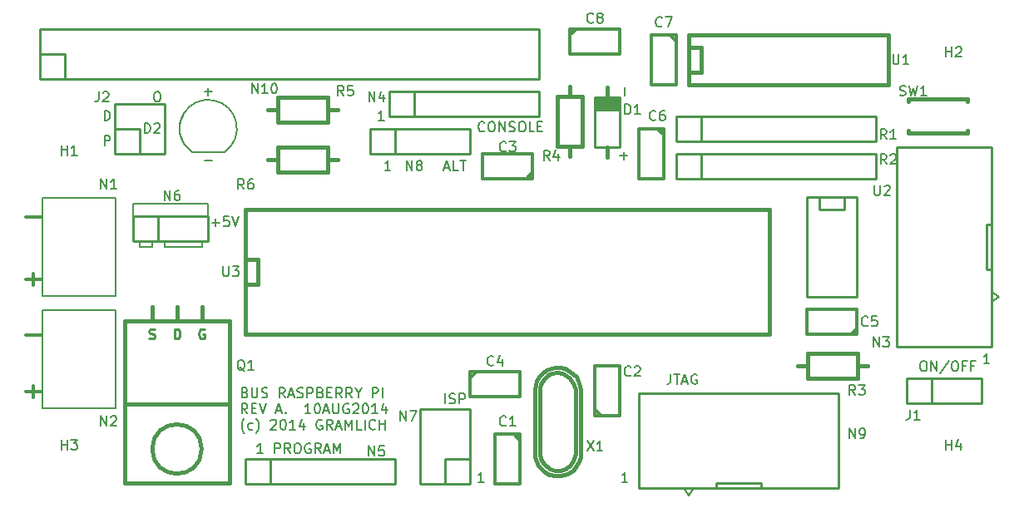
<source format=gto>
%FSLAX34Y34*%
G04 Gerber Fmt 3.4, Leading zero omitted, Abs format*
G04 (created by PCBNEW (2014-jan-25)-product) date Sun 10 Aug 2014 05:09:58 PM PDT*
%MOIN*%
G01*
G70*
G90*
G04 APERTURE LIST*
%ADD10C,0.003937*%
%ADD11C,0.008000*%
%ADD12C,0.011811*%
%ADD13C,0.012000*%
%ADD14C,0.015000*%
%ADD15C,0.010000*%
%ADD16C,0.005906*%
%ADD17C,0.009850*%
%ADD18C,0.009900*%
G04 APERTURE END LIST*
G54D10*
G54D11*
X47145Y-48028D02*
X47450Y-48028D01*
X47297Y-48180D02*
X47297Y-47876D01*
X47830Y-47780D02*
X47640Y-47780D01*
X47621Y-47971D01*
X47640Y-47952D01*
X47678Y-47933D01*
X47773Y-47933D01*
X47811Y-47952D01*
X47830Y-47971D01*
X47850Y-48009D01*
X47850Y-48104D01*
X47830Y-48142D01*
X47811Y-48161D01*
X47773Y-48180D01*
X47678Y-48180D01*
X47640Y-48161D01*
X47621Y-48142D01*
X47964Y-47780D02*
X48097Y-48180D01*
X48230Y-47780D01*
X56476Y-45816D02*
X56666Y-45816D01*
X56438Y-45930D02*
X56571Y-45530D01*
X56704Y-45930D01*
X57028Y-45930D02*
X56838Y-45930D01*
X56838Y-45530D01*
X57104Y-45530D02*
X57333Y-45530D01*
X57219Y-45930D02*
X57219Y-45530D01*
X58073Y-44342D02*
X58054Y-44361D01*
X57997Y-44380D01*
X57959Y-44380D01*
X57902Y-44361D01*
X57864Y-44323D01*
X57845Y-44285D01*
X57826Y-44209D01*
X57826Y-44152D01*
X57845Y-44076D01*
X57864Y-44038D01*
X57902Y-44000D01*
X57959Y-43980D01*
X57997Y-43980D01*
X58054Y-44000D01*
X58073Y-44019D01*
X58321Y-43980D02*
X58397Y-43980D01*
X58435Y-44000D01*
X58473Y-44038D01*
X58492Y-44114D01*
X58492Y-44247D01*
X58473Y-44323D01*
X58435Y-44361D01*
X58397Y-44380D01*
X58321Y-44380D01*
X58283Y-44361D01*
X58245Y-44323D01*
X58226Y-44247D01*
X58226Y-44114D01*
X58245Y-44038D01*
X58283Y-44000D01*
X58321Y-43980D01*
X58664Y-44380D02*
X58664Y-43980D01*
X58892Y-44380D01*
X58892Y-43980D01*
X59064Y-44361D02*
X59121Y-44380D01*
X59216Y-44380D01*
X59254Y-44361D01*
X59273Y-44342D01*
X59292Y-44304D01*
X59292Y-44266D01*
X59273Y-44228D01*
X59254Y-44209D01*
X59216Y-44190D01*
X59140Y-44171D01*
X59102Y-44152D01*
X59083Y-44133D01*
X59064Y-44095D01*
X59064Y-44057D01*
X59083Y-44019D01*
X59102Y-44000D01*
X59140Y-43980D01*
X59235Y-43980D01*
X59292Y-44000D01*
X59540Y-43980D02*
X59616Y-43980D01*
X59654Y-44000D01*
X59692Y-44038D01*
X59711Y-44114D01*
X59711Y-44247D01*
X59692Y-44323D01*
X59654Y-44361D01*
X59616Y-44380D01*
X59540Y-44380D01*
X59502Y-44361D01*
X59464Y-44323D01*
X59445Y-44247D01*
X59445Y-44114D01*
X59464Y-44038D01*
X59502Y-44000D01*
X59540Y-43980D01*
X60073Y-44380D02*
X59883Y-44380D01*
X59883Y-43980D01*
X60207Y-44171D02*
X60340Y-44171D01*
X60397Y-44380D02*
X60207Y-44380D01*
X60207Y-43980D01*
X60397Y-43980D01*
X56495Y-55280D02*
X56495Y-54880D01*
X56666Y-55261D02*
X56723Y-55280D01*
X56819Y-55280D01*
X56857Y-55261D01*
X56876Y-55242D01*
X56895Y-55204D01*
X56895Y-55166D01*
X56876Y-55128D01*
X56857Y-55109D01*
X56819Y-55090D01*
X56742Y-55071D01*
X56704Y-55052D01*
X56685Y-55033D01*
X56666Y-54995D01*
X56666Y-54957D01*
X56685Y-54919D01*
X56704Y-54900D01*
X56742Y-54880D01*
X56838Y-54880D01*
X56895Y-54900D01*
X57066Y-55280D02*
X57066Y-54880D01*
X57219Y-54880D01*
X57257Y-54900D01*
X57276Y-54919D01*
X57295Y-54957D01*
X57295Y-55014D01*
X57276Y-55052D01*
X57257Y-55071D01*
X57219Y-55090D01*
X57066Y-55090D01*
X75632Y-53572D02*
X75708Y-53572D01*
X75746Y-53591D01*
X75784Y-53629D01*
X75803Y-53705D01*
X75803Y-53838D01*
X75784Y-53915D01*
X75746Y-53953D01*
X75708Y-53972D01*
X75632Y-53972D01*
X75593Y-53953D01*
X75555Y-53915D01*
X75536Y-53838D01*
X75536Y-53705D01*
X75555Y-53629D01*
X75593Y-53591D01*
X75632Y-53572D01*
X75974Y-53972D02*
X75974Y-53572D01*
X76203Y-53972D01*
X76203Y-53572D01*
X76679Y-53553D02*
X76336Y-54067D01*
X76889Y-53572D02*
X76965Y-53572D01*
X77003Y-53591D01*
X77041Y-53629D01*
X77060Y-53705D01*
X77060Y-53838D01*
X77041Y-53915D01*
X77003Y-53953D01*
X76965Y-53972D01*
X76889Y-53972D01*
X76851Y-53953D01*
X76813Y-53915D01*
X76793Y-53838D01*
X76793Y-53705D01*
X76813Y-53629D01*
X76851Y-53591D01*
X76889Y-53572D01*
X77365Y-53762D02*
X77232Y-53762D01*
X77232Y-53972D02*
X77232Y-53572D01*
X77422Y-53572D01*
X77708Y-53762D02*
X77574Y-53762D01*
X77574Y-53972D02*
X77574Y-53572D01*
X77765Y-53572D01*
X65528Y-54099D02*
X65528Y-54385D01*
X65509Y-54442D01*
X65471Y-54480D01*
X65414Y-54499D01*
X65376Y-54499D01*
X65661Y-54099D02*
X65890Y-54099D01*
X65776Y-54499D02*
X65776Y-54099D01*
X66004Y-54385D02*
X66195Y-54385D01*
X65966Y-54499D02*
X66099Y-54099D01*
X66233Y-54499D01*
X66576Y-54118D02*
X66537Y-54099D01*
X66480Y-54099D01*
X66423Y-54118D01*
X66385Y-54156D01*
X66366Y-54195D01*
X66347Y-54271D01*
X66347Y-54328D01*
X66366Y-54404D01*
X66385Y-54442D01*
X66423Y-54480D01*
X66480Y-54499D01*
X66518Y-54499D01*
X66576Y-54480D01*
X66595Y-54461D01*
X66595Y-54328D01*
X66518Y-54328D01*
X44921Y-42780D02*
X44997Y-42780D01*
X45035Y-42800D01*
X45073Y-42838D01*
X45092Y-42914D01*
X45092Y-43047D01*
X45073Y-43123D01*
X45035Y-43161D01*
X44997Y-43180D01*
X44921Y-43180D01*
X44883Y-43161D01*
X44845Y-43123D01*
X44826Y-43047D01*
X44826Y-42914D01*
X44845Y-42838D01*
X44883Y-42800D01*
X44921Y-42780D01*
X42845Y-43930D02*
X42845Y-43530D01*
X42940Y-43530D01*
X42997Y-43550D01*
X43035Y-43588D01*
X43054Y-43626D01*
X43073Y-43702D01*
X43073Y-43759D01*
X43054Y-43835D01*
X43035Y-43873D01*
X42997Y-43911D01*
X42940Y-43930D01*
X42845Y-43930D01*
X42845Y-44930D02*
X42845Y-44530D01*
X42997Y-44530D01*
X43035Y-44550D01*
X43054Y-44569D01*
X43073Y-44607D01*
X43073Y-44664D01*
X43054Y-44702D01*
X43035Y-44721D01*
X42997Y-44740D01*
X42845Y-44740D01*
X54054Y-43930D02*
X53826Y-43930D01*
X53940Y-43930D02*
X53940Y-43530D01*
X53902Y-43588D01*
X53864Y-43626D01*
X53826Y-43645D01*
X54304Y-45930D02*
X54076Y-45930D01*
X54190Y-45930D02*
X54190Y-45530D01*
X54152Y-45588D01*
X54114Y-45626D01*
X54076Y-45645D01*
X78304Y-53680D02*
X78076Y-53680D01*
X78190Y-53680D02*
X78190Y-53280D01*
X78152Y-53338D01*
X78114Y-53376D01*
X78076Y-53395D01*
X63804Y-58430D02*
X63576Y-58430D01*
X63690Y-58430D02*
X63690Y-58030D01*
X63652Y-58088D01*
X63614Y-58126D01*
X63576Y-58145D01*
X58054Y-58430D02*
X57826Y-58430D01*
X57940Y-58430D02*
X57940Y-58030D01*
X57902Y-58088D01*
X57864Y-58126D01*
X57826Y-58145D01*
X49190Y-57271D02*
X48962Y-57271D01*
X49076Y-57271D02*
X49076Y-56871D01*
X49038Y-56928D01*
X49000Y-56966D01*
X48962Y-56985D01*
X49666Y-57271D02*
X49666Y-56871D01*
X49819Y-56871D01*
X49857Y-56890D01*
X49876Y-56909D01*
X49895Y-56947D01*
X49895Y-57004D01*
X49876Y-57042D01*
X49857Y-57061D01*
X49819Y-57081D01*
X49666Y-57081D01*
X50295Y-57271D02*
X50162Y-57081D01*
X50066Y-57271D02*
X50066Y-56871D01*
X50219Y-56871D01*
X50257Y-56890D01*
X50276Y-56909D01*
X50295Y-56947D01*
X50295Y-57004D01*
X50276Y-57042D01*
X50257Y-57061D01*
X50219Y-57081D01*
X50066Y-57081D01*
X50542Y-56871D02*
X50619Y-56871D01*
X50657Y-56890D01*
X50695Y-56928D01*
X50714Y-57004D01*
X50714Y-57138D01*
X50695Y-57214D01*
X50657Y-57252D01*
X50619Y-57271D01*
X50542Y-57271D01*
X50504Y-57252D01*
X50466Y-57214D01*
X50447Y-57138D01*
X50447Y-57004D01*
X50466Y-56928D01*
X50504Y-56890D01*
X50542Y-56871D01*
X51095Y-56890D02*
X51057Y-56871D01*
X51000Y-56871D01*
X50942Y-56890D01*
X50904Y-56928D01*
X50885Y-56966D01*
X50866Y-57042D01*
X50866Y-57100D01*
X50885Y-57176D01*
X50904Y-57214D01*
X50942Y-57252D01*
X51000Y-57271D01*
X51038Y-57271D01*
X51095Y-57252D01*
X51114Y-57233D01*
X51114Y-57100D01*
X51038Y-57100D01*
X51514Y-57271D02*
X51381Y-57081D01*
X51285Y-57271D02*
X51285Y-56871D01*
X51438Y-56871D01*
X51476Y-56890D01*
X51495Y-56909D01*
X51514Y-56947D01*
X51514Y-57004D01*
X51495Y-57042D01*
X51476Y-57061D01*
X51438Y-57081D01*
X51285Y-57081D01*
X51666Y-57157D02*
X51857Y-57157D01*
X51628Y-57271D02*
X51762Y-56871D01*
X51895Y-57271D01*
X52028Y-57271D02*
X52028Y-56871D01*
X52162Y-57157D01*
X52295Y-56871D01*
X52295Y-57271D01*
X48478Y-54831D02*
X48535Y-54850D01*
X48554Y-54869D01*
X48573Y-54907D01*
X48573Y-54964D01*
X48554Y-55002D01*
X48535Y-55021D01*
X48497Y-55040D01*
X48345Y-55040D01*
X48345Y-54640D01*
X48478Y-54640D01*
X48516Y-54660D01*
X48535Y-54679D01*
X48554Y-54717D01*
X48554Y-54755D01*
X48535Y-54793D01*
X48516Y-54812D01*
X48478Y-54831D01*
X48345Y-54831D01*
X48745Y-54640D02*
X48745Y-54964D01*
X48764Y-55002D01*
X48783Y-55021D01*
X48821Y-55040D01*
X48897Y-55040D01*
X48935Y-55021D01*
X48954Y-55002D01*
X48973Y-54964D01*
X48973Y-54640D01*
X49145Y-55021D02*
X49202Y-55040D01*
X49297Y-55040D01*
X49335Y-55021D01*
X49354Y-55002D01*
X49373Y-54964D01*
X49373Y-54926D01*
X49354Y-54888D01*
X49335Y-54869D01*
X49297Y-54850D01*
X49221Y-54831D01*
X49183Y-54812D01*
X49164Y-54793D01*
X49145Y-54755D01*
X49145Y-54717D01*
X49164Y-54679D01*
X49183Y-54660D01*
X49221Y-54640D01*
X49316Y-54640D01*
X49373Y-54660D01*
X50078Y-55040D02*
X49945Y-54850D01*
X49850Y-55040D02*
X49850Y-54640D01*
X50002Y-54640D01*
X50040Y-54660D01*
X50059Y-54679D01*
X50078Y-54717D01*
X50078Y-54774D01*
X50059Y-54812D01*
X50040Y-54831D01*
X50002Y-54850D01*
X49850Y-54850D01*
X50230Y-54926D02*
X50421Y-54926D01*
X50192Y-55040D02*
X50326Y-54640D01*
X50459Y-55040D01*
X50573Y-55021D02*
X50630Y-55040D01*
X50726Y-55040D01*
X50764Y-55021D01*
X50783Y-55002D01*
X50802Y-54964D01*
X50802Y-54926D01*
X50783Y-54888D01*
X50764Y-54869D01*
X50726Y-54850D01*
X50650Y-54831D01*
X50611Y-54812D01*
X50592Y-54793D01*
X50573Y-54755D01*
X50573Y-54717D01*
X50592Y-54679D01*
X50611Y-54660D01*
X50650Y-54640D01*
X50745Y-54640D01*
X50802Y-54660D01*
X50973Y-55040D02*
X50973Y-54640D01*
X51126Y-54640D01*
X51164Y-54660D01*
X51183Y-54679D01*
X51202Y-54717D01*
X51202Y-54774D01*
X51183Y-54812D01*
X51164Y-54831D01*
X51126Y-54850D01*
X50973Y-54850D01*
X51507Y-54831D02*
X51564Y-54850D01*
X51583Y-54869D01*
X51602Y-54907D01*
X51602Y-54964D01*
X51583Y-55002D01*
X51564Y-55021D01*
X51526Y-55040D01*
X51373Y-55040D01*
X51373Y-54640D01*
X51507Y-54640D01*
X51545Y-54660D01*
X51564Y-54679D01*
X51583Y-54717D01*
X51583Y-54755D01*
X51564Y-54793D01*
X51545Y-54812D01*
X51507Y-54831D01*
X51373Y-54831D01*
X51773Y-54831D02*
X51907Y-54831D01*
X51964Y-55040D02*
X51773Y-55040D01*
X51773Y-54640D01*
X51964Y-54640D01*
X52364Y-55040D02*
X52230Y-54850D01*
X52135Y-55040D02*
X52135Y-54640D01*
X52288Y-54640D01*
X52326Y-54660D01*
X52345Y-54679D01*
X52364Y-54717D01*
X52364Y-54774D01*
X52345Y-54812D01*
X52326Y-54831D01*
X52288Y-54850D01*
X52135Y-54850D01*
X52764Y-55040D02*
X52630Y-54850D01*
X52535Y-55040D02*
X52535Y-54640D01*
X52688Y-54640D01*
X52726Y-54660D01*
X52745Y-54679D01*
X52764Y-54717D01*
X52764Y-54774D01*
X52745Y-54812D01*
X52726Y-54831D01*
X52688Y-54850D01*
X52535Y-54850D01*
X53011Y-54850D02*
X53011Y-55040D01*
X52878Y-54640D02*
X53011Y-54850D01*
X53145Y-54640D01*
X53583Y-55040D02*
X53583Y-54640D01*
X53735Y-54640D01*
X53773Y-54660D01*
X53792Y-54679D01*
X53811Y-54717D01*
X53811Y-54774D01*
X53792Y-54812D01*
X53773Y-54831D01*
X53735Y-54850D01*
X53583Y-54850D01*
X53983Y-55040D02*
X53983Y-54640D01*
X48573Y-55680D02*
X48440Y-55490D01*
X48345Y-55680D02*
X48345Y-55280D01*
X48497Y-55280D01*
X48535Y-55300D01*
X48554Y-55319D01*
X48573Y-55357D01*
X48573Y-55414D01*
X48554Y-55452D01*
X48535Y-55471D01*
X48497Y-55490D01*
X48345Y-55490D01*
X48745Y-55471D02*
X48878Y-55471D01*
X48935Y-55680D02*
X48745Y-55680D01*
X48745Y-55280D01*
X48935Y-55280D01*
X49050Y-55280D02*
X49183Y-55680D01*
X49316Y-55280D01*
X49735Y-55566D02*
X49926Y-55566D01*
X49697Y-55680D02*
X49830Y-55280D01*
X49964Y-55680D01*
X50097Y-55642D02*
X50116Y-55661D01*
X50097Y-55680D01*
X50078Y-55661D01*
X50097Y-55642D01*
X50097Y-55680D01*
X51107Y-55680D02*
X50878Y-55680D01*
X50992Y-55680D02*
X50992Y-55280D01*
X50954Y-55338D01*
X50916Y-55376D01*
X50878Y-55395D01*
X51354Y-55280D02*
X51392Y-55280D01*
X51430Y-55300D01*
X51449Y-55319D01*
X51469Y-55357D01*
X51488Y-55433D01*
X51488Y-55528D01*
X51469Y-55604D01*
X51449Y-55642D01*
X51430Y-55661D01*
X51392Y-55680D01*
X51354Y-55680D01*
X51316Y-55661D01*
X51297Y-55642D01*
X51278Y-55604D01*
X51259Y-55528D01*
X51259Y-55433D01*
X51278Y-55357D01*
X51297Y-55319D01*
X51316Y-55300D01*
X51354Y-55280D01*
X51640Y-55566D02*
X51830Y-55566D01*
X51602Y-55680D02*
X51735Y-55280D01*
X51869Y-55680D01*
X52002Y-55280D02*
X52002Y-55604D01*
X52021Y-55642D01*
X52040Y-55661D01*
X52078Y-55680D01*
X52154Y-55680D01*
X52192Y-55661D01*
X52211Y-55642D01*
X52230Y-55604D01*
X52230Y-55280D01*
X52630Y-55300D02*
X52592Y-55280D01*
X52535Y-55280D01*
X52478Y-55300D01*
X52440Y-55338D01*
X52421Y-55376D01*
X52402Y-55452D01*
X52402Y-55509D01*
X52421Y-55585D01*
X52440Y-55623D01*
X52478Y-55661D01*
X52535Y-55680D01*
X52573Y-55680D01*
X52630Y-55661D01*
X52649Y-55642D01*
X52649Y-55509D01*
X52573Y-55509D01*
X52802Y-55319D02*
X52821Y-55300D01*
X52859Y-55280D01*
X52954Y-55280D01*
X52992Y-55300D01*
X53011Y-55319D01*
X53030Y-55357D01*
X53030Y-55395D01*
X53011Y-55452D01*
X52783Y-55680D01*
X53030Y-55680D01*
X53278Y-55280D02*
X53316Y-55280D01*
X53354Y-55300D01*
X53373Y-55319D01*
X53392Y-55357D01*
X53411Y-55433D01*
X53411Y-55528D01*
X53392Y-55604D01*
X53373Y-55642D01*
X53354Y-55661D01*
X53316Y-55680D01*
X53278Y-55680D01*
X53240Y-55661D01*
X53221Y-55642D01*
X53202Y-55604D01*
X53183Y-55528D01*
X53183Y-55433D01*
X53202Y-55357D01*
X53221Y-55319D01*
X53240Y-55300D01*
X53278Y-55280D01*
X53792Y-55680D02*
X53564Y-55680D01*
X53678Y-55680D02*
X53678Y-55280D01*
X53640Y-55338D01*
X53602Y-55376D01*
X53564Y-55395D01*
X54135Y-55414D02*
X54135Y-55680D01*
X54040Y-55261D02*
X53945Y-55547D01*
X54192Y-55547D01*
X48459Y-56473D02*
X48440Y-56454D01*
X48402Y-56397D01*
X48383Y-56359D01*
X48364Y-56301D01*
X48345Y-56206D01*
X48345Y-56130D01*
X48364Y-56035D01*
X48383Y-55978D01*
X48402Y-55940D01*
X48440Y-55882D01*
X48459Y-55863D01*
X48783Y-56301D02*
X48745Y-56320D01*
X48669Y-56320D01*
X48630Y-56301D01*
X48611Y-56282D01*
X48592Y-56244D01*
X48592Y-56130D01*
X48611Y-56092D01*
X48630Y-56073D01*
X48669Y-56054D01*
X48745Y-56054D01*
X48783Y-56073D01*
X48916Y-56473D02*
X48935Y-56454D01*
X48973Y-56397D01*
X48992Y-56359D01*
X49011Y-56301D01*
X49030Y-56206D01*
X49030Y-56130D01*
X49011Y-56035D01*
X48992Y-55978D01*
X48973Y-55940D01*
X48935Y-55882D01*
X48916Y-55863D01*
X49507Y-55959D02*
X49526Y-55940D01*
X49564Y-55920D01*
X49659Y-55920D01*
X49697Y-55940D01*
X49716Y-55959D01*
X49735Y-55997D01*
X49735Y-56035D01*
X49716Y-56092D01*
X49488Y-56320D01*
X49735Y-56320D01*
X49983Y-55920D02*
X50021Y-55920D01*
X50059Y-55940D01*
X50078Y-55959D01*
X50097Y-55997D01*
X50116Y-56073D01*
X50116Y-56168D01*
X50097Y-56244D01*
X50078Y-56282D01*
X50059Y-56301D01*
X50021Y-56320D01*
X49983Y-56320D01*
X49945Y-56301D01*
X49926Y-56282D01*
X49907Y-56244D01*
X49888Y-56168D01*
X49888Y-56073D01*
X49907Y-55997D01*
X49926Y-55959D01*
X49945Y-55940D01*
X49983Y-55920D01*
X50497Y-56320D02*
X50269Y-56320D01*
X50383Y-56320D02*
X50383Y-55920D01*
X50345Y-55978D01*
X50307Y-56016D01*
X50269Y-56035D01*
X50840Y-56054D02*
X50840Y-56320D01*
X50745Y-55901D02*
X50649Y-56187D01*
X50897Y-56187D01*
X51564Y-55940D02*
X51526Y-55920D01*
X51469Y-55920D01*
X51411Y-55940D01*
X51373Y-55978D01*
X51354Y-56016D01*
X51335Y-56092D01*
X51335Y-56149D01*
X51354Y-56225D01*
X51373Y-56263D01*
X51411Y-56301D01*
X51469Y-56320D01*
X51507Y-56320D01*
X51564Y-56301D01*
X51583Y-56282D01*
X51583Y-56149D01*
X51507Y-56149D01*
X51983Y-56320D02*
X51849Y-56130D01*
X51754Y-56320D02*
X51754Y-55920D01*
X51907Y-55920D01*
X51945Y-55940D01*
X51964Y-55959D01*
X51983Y-55997D01*
X51983Y-56054D01*
X51964Y-56092D01*
X51945Y-56111D01*
X51907Y-56130D01*
X51754Y-56130D01*
X52135Y-56206D02*
X52326Y-56206D01*
X52097Y-56320D02*
X52230Y-55920D01*
X52364Y-56320D01*
X52497Y-56320D02*
X52497Y-55920D01*
X52630Y-56206D01*
X52764Y-55920D01*
X52764Y-56320D01*
X53145Y-56320D02*
X52954Y-56320D01*
X52954Y-55920D01*
X53278Y-56320D02*
X53278Y-55920D01*
X53697Y-56282D02*
X53678Y-56301D01*
X53621Y-56320D01*
X53583Y-56320D01*
X53526Y-56301D01*
X53488Y-56263D01*
X53469Y-56225D01*
X53449Y-56149D01*
X53449Y-56092D01*
X53469Y-56016D01*
X53488Y-55978D01*
X53526Y-55940D01*
X53583Y-55920D01*
X53621Y-55920D01*
X53678Y-55940D01*
X53697Y-55959D01*
X53869Y-56320D02*
X53869Y-55920D01*
X53869Y-56111D02*
X54097Y-56111D01*
X54097Y-56320D02*
X54097Y-55920D01*
G54D12*
X40304Y-52542D02*
X39695Y-52542D01*
X40304Y-47792D02*
X39695Y-47792D01*
X40304Y-54792D02*
X39695Y-54792D01*
X40000Y-55017D02*
X40000Y-54567D01*
X40304Y-50292D02*
X39695Y-50292D01*
X40000Y-50517D02*
X40000Y-50067D01*
G54D13*
X59500Y-56520D02*
X59500Y-58500D01*
X59500Y-58500D02*
X58500Y-58500D01*
X58500Y-58500D02*
X58500Y-56500D01*
X58500Y-56500D02*
X59500Y-56500D01*
X59250Y-56500D02*
X59500Y-56750D01*
X62500Y-55730D02*
X62500Y-53750D01*
X62500Y-53750D02*
X63500Y-53750D01*
X63500Y-53750D02*
X63500Y-55750D01*
X63500Y-55750D02*
X62500Y-55750D01*
X62750Y-55750D02*
X62500Y-55500D01*
X59980Y-46250D02*
X58000Y-46250D01*
X58000Y-46250D02*
X58000Y-45250D01*
X58000Y-45250D02*
X60000Y-45250D01*
X60000Y-45250D02*
X60000Y-46250D01*
X60000Y-46000D02*
X59750Y-46250D01*
X57520Y-54000D02*
X59500Y-54000D01*
X59500Y-54000D02*
X59500Y-55000D01*
X59500Y-55000D02*
X57500Y-55000D01*
X57500Y-55000D02*
X57500Y-54000D01*
X57500Y-54250D02*
X57750Y-54000D01*
X72980Y-52500D02*
X71000Y-52500D01*
X71000Y-52500D02*
X71000Y-51500D01*
X71000Y-51500D02*
X73000Y-51500D01*
X73000Y-51500D02*
X73000Y-52500D01*
X73000Y-52250D02*
X72750Y-52500D01*
X65250Y-44270D02*
X65250Y-46250D01*
X65250Y-46250D02*
X64250Y-46250D01*
X64250Y-46250D02*
X64250Y-44250D01*
X64250Y-44250D02*
X65250Y-44250D01*
X65000Y-44250D02*
X65250Y-44500D01*
X65750Y-40520D02*
X65750Y-42500D01*
X65750Y-42500D02*
X64750Y-42500D01*
X64750Y-42500D02*
X64750Y-40500D01*
X64750Y-40500D02*
X65750Y-40500D01*
X65500Y-40500D02*
X65750Y-40750D01*
G54D14*
X63000Y-45000D02*
X63000Y-45400D01*
X63000Y-43100D02*
X63000Y-42600D01*
G54D15*
X62500Y-43200D02*
X63500Y-43200D01*
X62500Y-43300D02*
X63500Y-43300D01*
X62500Y-43400D02*
X63500Y-43400D01*
X62500Y-43100D02*
X63500Y-43100D01*
X62500Y-43500D02*
X63500Y-43000D01*
X62500Y-43000D02*
X63500Y-43500D01*
X62500Y-43500D02*
X63500Y-43500D01*
X62500Y-43250D02*
X63500Y-43250D01*
X63500Y-43000D02*
X62500Y-43000D01*
X62500Y-43000D02*
X62500Y-45000D01*
X62500Y-45000D02*
X63500Y-45000D01*
X63500Y-45000D02*
X63500Y-43000D01*
G54D16*
X46050Y-43600D02*
G75*
G03X46350Y-45200I950J-650D01*
G74*
G01*
X46350Y-45200D02*
X47650Y-45200D01*
X47650Y-45200D02*
G75*
G03X46050Y-44900I-650J950D01*
G74*
G01*
G54D15*
X76000Y-55250D02*
X78000Y-55250D01*
X78000Y-55250D02*
X78000Y-54250D01*
X78000Y-54250D02*
X76000Y-54250D01*
X75000Y-54250D02*
X76000Y-54250D01*
X76000Y-54250D02*
X76000Y-55250D01*
X75000Y-54250D02*
X75000Y-55250D01*
X75000Y-55250D02*
X76000Y-55250D01*
X43250Y-44250D02*
X43250Y-45250D01*
X43250Y-45250D02*
X44250Y-45250D01*
X44250Y-45250D02*
X44250Y-44250D01*
X44250Y-44250D02*
X43250Y-44250D01*
X43250Y-44250D02*
X43250Y-43250D01*
X43250Y-43250D02*
X45250Y-43250D01*
X45250Y-43250D02*
X45250Y-45250D01*
X45250Y-45250D02*
X44250Y-45250D01*
X56500Y-58500D02*
X56500Y-57500D01*
X56500Y-57500D02*
X57500Y-57500D01*
X57500Y-58500D02*
X57500Y-55500D01*
X57500Y-55500D02*
X55500Y-55500D01*
X55500Y-55500D02*
X55500Y-57500D01*
X57500Y-58500D02*
X56500Y-58500D01*
X55500Y-58500D02*
X56500Y-58500D01*
X55500Y-57500D02*
X55500Y-58500D01*
G54D14*
X46750Y-51950D02*
X46750Y-51400D01*
X45750Y-51950D02*
X45750Y-51400D01*
X44750Y-51950D02*
X44750Y-51400D01*
X46739Y-57100D02*
G75*
G03X46739Y-57100I-989J0D01*
G74*
G01*
X43650Y-55300D02*
X43650Y-58450D01*
X43650Y-58450D02*
X47850Y-58450D01*
X47850Y-58450D02*
X47850Y-55300D01*
X43650Y-51950D02*
X43650Y-55300D01*
X43650Y-55300D02*
X47850Y-55300D01*
X47850Y-55300D02*
X47850Y-51950D01*
X45750Y-51950D02*
X47850Y-51950D01*
X45750Y-51950D02*
X43650Y-51950D01*
X71031Y-53750D02*
X70631Y-53750D01*
X73031Y-53750D02*
X73431Y-53750D01*
X71031Y-53250D02*
X73031Y-53250D01*
X73031Y-53250D02*
X73031Y-54250D01*
X73031Y-54250D02*
X71031Y-54250D01*
X71031Y-54250D02*
X71031Y-53250D01*
X61500Y-44969D02*
X61500Y-45369D01*
X61500Y-42969D02*
X61500Y-42569D01*
X61000Y-44969D02*
X61000Y-42969D01*
X61000Y-42969D02*
X62000Y-42969D01*
X62000Y-42969D02*
X62000Y-44969D01*
X62000Y-44969D02*
X61000Y-44969D01*
X49781Y-43500D02*
X49381Y-43500D01*
X51781Y-43500D02*
X52181Y-43500D01*
X49781Y-43000D02*
X51781Y-43000D01*
X51781Y-43000D02*
X51781Y-44000D01*
X51781Y-44000D02*
X49781Y-44000D01*
X49781Y-44000D02*
X49781Y-43000D01*
X49781Y-45500D02*
X49381Y-45500D01*
X51781Y-45500D02*
X52181Y-45500D01*
X49781Y-45000D02*
X51781Y-45000D01*
X51781Y-45000D02*
X51781Y-46000D01*
X51781Y-46000D02*
X49781Y-46000D01*
X49781Y-46000D02*
X49781Y-45000D01*
X66250Y-40500D02*
X74250Y-40500D01*
X74250Y-42500D02*
X66250Y-42500D01*
X66250Y-42500D02*
X66250Y-40500D01*
X66250Y-41000D02*
X66750Y-41000D01*
X66750Y-41000D02*
X66750Y-42000D01*
X66750Y-42000D02*
X66250Y-42000D01*
X74250Y-40500D02*
X74250Y-42500D01*
G54D15*
X72500Y-47000D02*
X72500Y-47500D01*
X72500Y-47500D02*
X71500Y-47500D01*
X71500Y-47500D02*
X71500Y-47000D01*
X73000Y-47000D02*
X73000Y-51000D01*
X73000Y-51000D02*
X71000Y-51000D01*
X71000Y-51000D02*
X71000Y-47000D01*
X71000Y-47000D02*
X73000Y-47000D01*
G54D14*
X60606Y-54150D02*
X60764Y-54071D01*
X60764Y-54071D02*
X61000Y-54031D01*
X61000Y-54031D02*
X61197Y-54071D01*
X61197Y-54071D02*
X61472Y-54228D01*
X61472Y-54228D02*
X61630Y-54465D01*
X61630Y-54465D02*
X61709Y-54701D01*
X61709Y-54701D02*
X61709Y-57299D01*
X61709Y-57299D02*
X61630Y-57575D01*
X61630Y-57575D02*
X61512Y-57732D01*
X61512Y-57732D02*
X61315Y-57890D01*
X61315Y-57890D02*
X61079Y-57969D01*
X61079Y-57969D02*
X60882Y-57969D01*
X60882Y-57969D02*
X60685Y-57890D01*
X60685Y-57890D02*
X60449Y-57693D01*
X60449Y-57693D02*
X60331Y-57496D01*
X60331Y-57496D02*
X60291Y-57299D01*
X60291Y-57260D02*
X60291Y-54661D01*
X60291Y-54661D02*
X60331Y-54504D01*
X60331Y-54504D02*
X60449Y-54307D01*
X60449Y-54307D02*
X60646Y-54110D01*
X60083Y-57256D02*
X60102Y-57437D01*
X60102Y-57437D02*
X60146Y-57594D01*
X60146Y-57594D02*
X60232Y-57764D01*
X60232Y-57764D02*
X60323Y-57878D01*
X60323Y-57878D02*
X60461Y-58008D01*
X60461Y-58008D02*
X60673Y-58122D01*
X60673Y-58122D02*
X60909Y-58173D01*
X60909Y-58173D02*
X61110Y-58173D01*
X61110Y-58173D02*
X61386Y-58106D01*
X61386Y-58106D02*
X61618Y-57949D01*
X61618Y-57949D02*
X61764Y-57768D01*
X61764Y-57768D02*
X61846Y-57602D01*
X61846Y-57602D02*
X61909Y-57425D01*
X61909Y-57425D02*
X61921Y-57252D01*
X61835Y-54362D02*
X61748Y-54213D01*
X61748Y-54213D02*
X61638Y-54087D01*
X61638Y-54087D02*
X61508Y-53988D01*
X61508Y-53988D02*
X61291Y-53870D01*
X61291Y-53870D02*
X61106Y-53827D01*
X61106Y-53827D02*
X60925Y-53819D01*
X60925Y-53819D02*
X60744Y-53854D01*
X60744Y-53854D02*
X60567Y-53929D01*
X60567Y-53929D02*
X60382Y-54071D01*
X60382Y-54071D02*
X60256Y-54209D01*
X60256Y-54209D02*
X60165Y-54362D01*
X60165Y-54362D02*
X60110Y-54531D01*
X60110Y-54531D02*
X60083Y-54705D01*
X61917Y-57260D02*
X61917Y-54720D01*
X61917Y-54720D02*
X61902Y-54555D01*
X61902Y-54555D02*
X61835Y-54362D01*
X60083Y-57260D02*
X60083Y-54720D01*
X77431Y-44439D02*
X77431Y-44341D01*
X75069Y-44439D02*
X75069Y-44341D01*
X77431Y-43061D02*
X77431Y-43159D01*
X75069Y-43061D02*
X75069Y-43159D01*
X75069Y-44439D02*
X77431Y-44439D01*
X75069Y-43061D02*
X77431Y-43061D01*
G54D16*
X66250Y-58950D02*
X66050Y-58650D01*
X66250Y-58950D02*
X66450Y-58650D01*
G54D15*
X69150Y-58650D02*
X69150Y-58450D01*
X69150Y-58450D02*
X67350Y-58450D01*
X67350Y-58450D02*
X67350Y-58650D01*
X64250Y-54850D02*
X72250Y-54850D01*
X72250Y-54850D02*
X72250Y-58650D01*
X72250Y-58650D02*
X64250Y-58650D01*
X64250Y-58650D02*
X64250Y-54850D01*
G54D14*
X48500Y-49500D02*
X49000Y-49500D01*
X49000Y-49500D02*
X49000Y-50500D01*
X49000Y-50500D02*
X48500Y-50500D01*
X48500Y-47500D02*
X69500Y-47500D01*
X69500Y-47500D02*
X69500Y-52500D01*
X69500Y-52500D02*
X48500Y-52500D01*
X48500Y-52500D02*
X48500Y-47500D01*
G54D13*
X61520Y-40250D02*
X63500Y-40250D01*
X63500Y-40250D02*
X63500Y-41250D01*
X63500Y-41250D02*
X61500Y-41250D01*
X61500Y-41250D02*
X61500Y-40250D01*
X61500Y-40500D02*
X61750Y-40250D01*
G54D11*
X40346Y-50968D02*
X43299Y-50968D01*
X43299Y-50968D02*
X43299Y-47031D01*
X43299Y-47031D02*
X40346Y-47031D01*
X40346Y-47031D02*
X40346Y-50968D01*
X40346Y-55468D02*
X43299Y-55468D01*
X43299Y-55468D02*
X43299Y-51531D01*
X43299Y-51531D02*
X40346Y-51531D01*
X40346Y-51531D02*
X40346Y-55468D01*
G54D16*
X78700Y-51000D02*
X78400Y-51200D01*
X78700Y-51000D02*
X78400Y-50800D01*
G54D15*
X78400Y-48100D02*
X78200Y-48100D01*
X78200Y-48100D02*
X78200Y-49900D01*
X78200Y-49900D02*
X78400Y-49900D01*
X74600Y-53000D02*
X74600Y-45000D01*
X74600Y-45000D02*
X78400Y-45000D01*
X78400Y-45000D02*
X78400Y-53000D01*
X78400Y-53000D02*
X74600Y-53000D01*
X55250Y-42750D02*
X60250Y-42750D01*
X60250Y-42750D02*
X60250Y-43750D01*
X60250Y-43750D02*
X55250Y-43750D01*
X54250Y-42750D02*
X55250Y-42750D01*
X55250Y-42750D02*
X55250Y-43750D01*
X54250Y-42750D02*
X54250Y-43750D01*
X54250Y-43750D02*
X55250Y-43750D01*
X49500Y-57500D02*
X54500Y-57500D01*
X54500Y-57500D02*
X54500Y-58500D01*
X54500Y-58500D02*
X49500Y-58500D01*
X48500Y-57500D02*
X49500Y-57500D01*
X49500Y-57500D02*
X49500Y-58500D01*
X48500Y-57500D02*
X48500Y-58500D01*
X48500Y-58500D02*
X49500Y-58500D01*
G54D16*
X44750Y-48750D02*
X44750Y-49000D01*
X44750Y-49000D02*
X44250Y-49000D01*
X44250Y-49000D02*
X44250Y-48750D01*
X46750Y-48750D02*
X46750Y-49000D01*
X46750Y-49000D02*
X45250Y-49000D01*
X45250Y-49000D02*
X45250Y-48750D01*
X44000Y-47750D02*
X44000Y-47250D01*
X44000Y-47250D02*
X47000Y-47250D01*
X47000Y-47250D02*
X47000Y-47750D01*
G54D15*
X45000Y-48750D02*
X47000Y-48750D01*
X47000Y-48750D02*
X47000Y-47750D01*
X47000Y-47750D02*
X45000Y-47750D01*
X44000Y-47750D02*
X45000Y-47750D01*
X45000Y-47750D02*
X45000Y-48750D01*
X44000Y-47750D02*
X44000Y-48750D01*
X44000Y-48750D02*
X45000Y-48750D01*
X60250Y-40250D02*
X40250Y-40250D01*
X41250Y-42250D02*
X60250Y-42250D01*
X60250Y-40250D02*
X60250Y-42250D01*
X40250Y-40250D02*
X40250Y-41250D01*
X40250Y-42250D02*
X41250Y-42250D01*
X40250Y-41250D02*
X41250Y-41250D01*
X41250Y-41250D02*
X41250Y-42250D01*
X40250Y-42250D02*
X40250Y-41250D01*
X54500Y-45250D02*
X57500Y-45250D01*
X54500Y-44250D02*
X57500Y-44250D01*
X53500Y-44250D02*
X54500Y-44250D01*
X57500Y-45250D02*
X57500Y-44250D01*
X54500Y-44250D02*
X54500Y-45250D01*
X53500Y-44250D02*
X53500Y-45250D01*
X53500Y-45250D02*
X54500Y-45250D01*
X66750Y-43750D02*
X73750Y-43750D01*
X73750Y-43750D02*
X73750Y-44750D01*
X73750Y-44750D02*
X66750Y-44750D01*
X65750Y-43750D02*
X66750Y-43750D01*
X66750Y-43750D02*
X66750Y-44750D01*
X65750Y-43750D02*
X65750Y-44750D01*
X65750Y-44750D02*
X66750Y-44750D01*
X66750Y-45250D02*
X73750Y-45250D01*
X73750Y-45250D02*
X73750Y-46250D01*
X73750Y-46250D02*
X66750Y-46250D01*
X65750Y-45250D02*
X66750Y-45250D01*
X66750Y-45250D02*
X66750Y-46250D01*
X65750Y-45250D02*
X65750Y-46250D01*
X65750Y-46250D02*
X66750Y-46250D01*
G54D11*
X58933Y-56142D02*
X58914Y-56161D01*
X58857Y-56180D01*
X58819Y-56180D01*
X58761Y-56161D01*
X58723Y-56123D01*
X58704Y-56085D01*
X58685Y-56009D01*
X58685Y-55952D01*
X58704Y-55876D01*
X58723Y-55838D01*
X58761Y-55800D01*
X58819Y-55780D01*
X58857Y-55780D01*
X58914Y-55800D01*
X58933Y-55819D01*
X59314Y-56180D02*
X59085Y-56180D01*
X59200Y-56180D02*
X59200Y-55780D01*
X59161Y-55838D01*
X59123Y-55876D01*
X59085Y-55895D01*
X63933Y-54142D02*
X63914Y-54161D01*
X63857Y-54180D01*
X63819Y-54180D01*
X63761Y-54161D01*
X63723Y-54123D01*
X63704Y-54085D01*
X63685Y-54009D01*
X63685Y-53952D01*
X63704Y-53876D01*
X63723Y-53838D01*
X63761Y-53800D01*
X63819Y-53780D01*
X63857Y-53780D01*
X63914Y-53800D01*
X63933Y-53819D01*
X64085Y-53819D02*
X64104Y-53800D01*
X64142Y-53780D01*
X64238Y-53780D01*
X64276Y-53800D01*
X64295Y-53819D01*
X64314Y-53857D01*
X64314Y-53895D01*
X64295Y-53952D01*
X64066Y-54180D01*
X64314Y-54180D01*
X58933Y-45142D02*
X58914Y-45161D01*
X58857Y-45180D01*
X58819Y-45180D01*
X58761Y-45161D01*
X58723Y-45123D01*
X58704Y-45085D01*
X58685Y-45009D01*
X58685Y-44952D01*
X58704Y-44876D01*
X58723Y-44838D01*
X58761Y-44800D01*
X58819Y-44780D01*
X58857Y-44780D01*
X58914Y-44800D01*
X58933Y-44819D01*
X59066Y-44780D02*
X59314Y-44780D01*
X59180Y-44933D01*
X59238Y-44933D01*
X59276Y-44952D01*
X59295Y-44971D01*
X59314Y-45009D01*
X59314Y-45104D01*
X59295Y-45142D01*
X59276Y-45161D01*
X59238Y-45180D01*
X59123Y-45180D01*
X59085Y-45161D01*
X59066Y-45142D01*
X58433Y-53729D02*
X58414Y-53748D01*
X58357Y-53767D01*
X58319Y-53767D01*
X58261Y-53748D01*
X58223Y-53710D01*
X58204Y-53672D01*
X58185Y-53596D01*
X58185Y-53538D01*
X58204Y-53462D01*
X58223Y-53424D01*
X58261Y-53386D01*
X58319Y-53367D01*
X58357Y-53367D01*
X58414Y-53386D01*
X58433Y-53405D01*
X58776Y-53500D02*
X58776Y-53767D01*
X58680Y-53348D02*
X58585Y-53634D01*
X58833Y-53634D01*
X73433Y-52142D02*
X73414Y-52161D01*
X73357Y-52180D01*
X73319Y-52180D01*
X73261Y-52161D01*
X73223Y-52123D01*
X73204Y-52085D01*
X73185Y-52009D01*
X73185Y-51952D01*
X73204Y-51876D01*
X73223Y-51838D01*
X73261Y-51800D01*
X73319Y-51780D01*
X73357Y-51780D01*
X73414Y-51800D01*
X73433Y-51819D01*
X73795Y-51780D02*
X73604Y-51780D01*
X73585Y-51971D01*
X73604Y-51952D01*
X73642Y-51933D01*
X73738Y-51933D01*
X73776Y-51952D01*
X73795Y-51971D01*
X73814Y-52009D01*
X73814Y-52104D01*
X73795Y-52142D01*
X73776Y-52161D01*
X73738Y-52180D01*
X73642Y-52180D01*
X73604Y-52161D01*
X73585Y-52142D01*
X64933Y-43892D02*
X64914Y-43911D01*
X64857Y-43930D01*
X64819Y-43930D01*
X64761Y-43911D01*
X64723Y-43873D01*
X64704Y-43835D01*
X64685Y-43759D01*
X64685Y-43702D01*
X64704Y-43626D01*
X64723Y-43588D01*
X64761Y-43550D01*
X64819Y-43530D01*
X64857Y-43530D01*
X64914Y-43550D01*
X64933Y-43569D01*
X65276Y-43530D02*
X65200Y-43530D01*
X65161Y-43550D01*
X65142Y-43569D01*
X65104Y-43626D01*
X65085Y-43702D01*
X65085Y-43854D01*
X65104Y-43892D01*
X65123Y-43911D01*
X65161Y-43930D01*
X65238Y-43930D01*
X65276Y-43911D01*
X65295Y-43892D01*
X65314Y-43854D01*
X65314Y-43759D01*
X65295Y-43721D01*
X65276Y-43702D01*
X65238Y-43683D01*
X65161Y-43683D01*
X65123Y-43702D01*
X65104Y-43721D01*
X65085Y-43759D01*
X65183Y-40142D02*
X65164Y-40161D01*
X65107Y-40180D01*
X65069Y-40180D01*
X65011Y-40161D01*
X64973Y-40123D01*
X64954Y-40085D01*
X64935Y-40009D01*
X64935Y-39952D01*
X64954Y-39876D01*
X64973Y-39838D01*
X65011Y-39800D01*
X65069Y-39780D01*
X65107Y-39780D01*
X65164Y-39800D01*
X65183Y-39819D01*
X65316Y-39780D02*
X65583Y-39780D01*
X65411Y-40180D01*
X63704Y-43680D02*
X63704Y-43280D01*
X63800Y-43280D01*
X63857Y-43300D01*
X63895Y-43338D01*
X63914Y-43376D01*
X63933Y-43452D01*
X63933Y-43509D01*
X63914Y-43585D01*
X63895Y-43623D01*
X63857Y-43661D01*
X63800Y-43680D01*
X63704Y-43680D01*
X64314Y-43680D02*
X64085Y-43680D01*
X64200Y-43680D02*
X64200Y-43280D01*
X64161Y-43338D01*
X64123Y-43376D01*
X64085Y-43395D01*
X63701Y-42916D02*
X63701Y-42611D01*
X63642Y-45498D02*
X63642Y-45194D01*
X63795Y-45346D02*
X63490Y-45346D01*
X44454Y-44430D02*
X44454Y-44030D01*
X44550Y-44030D01*
X44607Y-44050D01*
X44645Y-44088D01*
X44664Y-44126D01*
X44683Y-44202D01*
X44683Y-44259D01*
X44664Y-44335D01*
X44645Y-44373D01*
X44607Y-44411D01*
X44550Y-44430D01*
X44454Y-44430D01*
X44835Y-44069D02*
X44854Y-44050D01*
X44892Y-44030D01*
X44988Y-44030D01*
X45026Y-44050D01*
X45045Y-44069D01*
X45064Y-44107D01*
X45064Y-44145D01*
X45045Y-44202D01*
X44816Y-44430D01*
X45064Y-44430D01*
X46847Y-45528D02*
X47152Y-45528D01*
X46847Y-42778D02*
X47152Y-42778D01*
X47000Y-42930D02*
X47000Y-42626D01*
X41126Y-45316D02*
X41126Y-44916D01*
X41126Y-45107D02*
X41354Y-45107D01*
X41354Y-45316D02*
X41354Y-44916D01*
X41754Y-45316D02*
X41526Y-45316D01*
X41640Y-45316D02*
X41640Y-44916D01*
X41602Y-44973D01*
X41564Y-45012D01*
X41526Y-45031D01*
X76559Y-41379D02*
X76559Y-40979D01*
X76559Y-41170D02*
X76787Y-41170D01*
X76787Y-41379D02*
X76787Y-40979D01*
X76959Y-41017D02*
X76978Y-40998D01*
X77016Y-40979D01*
X77111Y-40979D01*
X77149Y-40998D01*
X77168Y-41017D01*
X77187Y-41055D01*
X77187Y-41094D01*
X77168Y-41151D01*
X76940Y-41379D01*
X77187Y-41379D01*
X41126Y-57127D02*
X41126Y-56727D01*
X41126Y-56918D02*
X41354Y-56918D01*
X41354Y-57127D02*
X41354Y-56727D01*
X41507Y-56727D02*
X41754Y-56727D01*
X41621Y-56880D01*
X41678Y-56880D01*
X41716Y-56899D01*
X41735Y-56918D01*
X41754Y-56956D01*
X41754Y-57051D01*
X41735Y-57089D01*
X41716Y-57108D01*
X41678Y-57127D01*
X41564Y-57127D01*
X41526Y-57108D01*
X41507Y-57089D01*
X76559Y-57127D02*
X76559Y-56727D01*
X76559Y-56918D02*
X76787Y-56918D01*
X76787Y-57127D02*
X76787Y-56727D01*
X77149Y-56861D02*
X77149Y-57127D01*
X77054Y-56708D02*
X76959Y-56994D01*
X77207Y-56994D01*
X75116Y-55530D02*
X75116Y-55816D01*
X75097Y-55873D01*
X75059Y-55911D01*
X75002Y-55930D01*
X74964Y-55930D01*
X75516Y-55930D02*
X75288Y-55930D01*
X75402Y-55930D02*
X75402Y-55530D01*
X75364Y-55588D01*
X75326Y-55626D01*
X75288Y-55645D01*
X42616Y-42780D02*
X42616Y-43066D01*
X42597Y-43123D01*
X42559Y-43161D01*
X42502Y-43180D01*
X42464Y-43180D01*
X42788Y-42819D02*
X42807Y-42800D01*
X42845Y-42780D01*
X42940Y-42780D01*
X42978Y-42800D01*
X42997Y-42819D01*
X43016Y-42857D01*
X43016Y-42895D01*
X42997Y-42952D01*
X42769Y-43180D01*
X43016Y-43180D01*
X54695Y-55972D02*
X54695Y-55572D01*
X54923Y-55972D01*
X54923Y-55572D01*
X55076Y-55572D02*
X55342Y-55572D01*
X55171Y-55972D01*
X48461Y-53969D02*
X48423Y-53950D01*
X48385Y-53911D01*
X48328Y-53854D01*
X48290Y-53835D01*
X48252Y-53835D01*
X48271Y-53930D02*
X48233Y-53911D01*
X48195Y-53873D01*
X48176Y-53797D01*
X48176Y-53664D01*
X48195Y-53588D01*
X48233Y-53550D01*
X48271Y-53530D01*
X48347Y-53530D01*
X48385Y-53550D01*
X48423Y-53588D01*
X48442Y-53664D01*
X48442Y-53797D01*
X48423Y-53873D01*
X48385Y-53911D01*
X48347Y-53930D01*
X48271Y-53930D01*
X48823Y-53930D02*
X48595Y-53930D01*
X48709Y-53930D02*
X48709Y-53530D01*
X48671Y-53588D01*
X48633Y-53626D01*
X48595Y-53645D01*
G54D17*
X46853Y-52303D02*
X46815Y-52284D01*
X46759Y-52284D01*
X46703Y-52303D01*
X46665Y-52340D01*
X46646Y-52378D01*
X46628Y-52453D01*
X46628Y-52509D01*
X46646Y-52584D01*
X46665Y-52621D01*
X46703Y-52659D01*
X46759Y-52678D01*
X46796Y-52678D01*
X46853Y-52659D01*
X46871Y-52640D01*
X46871Y-52509D01*
X46796Y-52509D01*
G54D18*
G54D17*
X44637Y-52659D02*
X44693Y-52678D01*
X44787Y-52678D01*
X44825Y-52659D01*
X44843Y-52640D01*
X44862Y-52603D01*
X44862Y-52565D01*
X44843Y-52528D01*
X44825Y-52509D01*
X44787Y-52490D01*
X44712Y-52471D01*
X44674Y-52453D01*
X44656Y-52434D01*
X44637Y-52396D01*
X44637Y-52359D01*
X44656Y-52321D01*
X44674Y-52303D01*
X44712Y-52284D01*
X44806Y-52284D01*
X44862Y-52303D01*
G54D18*
G54D17*
X45646Y-52678D02*
X45646Y-52284D01*
X45740Y-52284D01*
X45796Y-52303D01*
X45834Y-52340D01*
X45853Y-52378D01*
X45871Y-52453D01*
X45871Y-52509D01*
X45853Y-52584D01*
X45834Y-52621D01*
X45796Y-52659D01*
X45740Y-52678D01*
X45646Y-52678D01*
G54D18*
G54D11*
X72933Y-54930D02*
X72800Y-54740D01*
X72704Y-54930D02*
X72704Y-54530D01*
X72857Y-54530D01*
X72895Y-54550D01*
X72914Y-54569D01*
X72933Y-54607D01*
X72933Y-54664D01*
X72914Y-54702D01*
X72895Y-54721D01*
X72857Y-54740D01*
X72704Y-54740D01*
X73066Y-54530D02*
X73314Y-54530D01*
X73180Y-54683D01*
X73238Y-54683D01*
X73276Y-54702D01*
X73295Y-54721D01*
X73314Y-54759D01*
X73314Y-54854D01*
X73295Y-54892D01*
X73276Y-54911D01*
X73238Y-54930D01*
X73123Y-54930D01*
X73085Y-54911D01*
X73066Y-54892D01*
X60683Y-45530D02*
X60550Y-45340D01*
X60454Y-45530D02*
X60454Y-45130D01*
X60607Y-45130D01*
X60645Y-45150D01*
X60664Y-45169D01*
X60683Y-45207D01*
X60683Y-45264D01*
X60664Y-45302D01*
X60645Y-45321D01*
X60607Y-45340D01*
X60454Y-45340D01*
X61026Y-45264D02*
X61026Y-45530D01*
X60930Y-45111D02*
X60835Y-45397D01*
X61083Y-45397D01*
X52433Y-42930D02*
X52300Y-42740D01*
X52204Y-42930D02*
X52204Y-42530D01*
X52357Y-42530D01*
X52395Y-42550D01*
X52414Y-42569D01*
X52433Y-42607D01*
X52433Y-42664D01*
X52414Y-42702D01*
X52395Y-42721D01*
X52357Y-42740D01*
X52204Y-42740D01*
X52795Y-42530D02*
X52604Y-42530D01*
X52585Y-42721D01*
X52604Y-42702D01*
X52642Y-42683D01*
X52738Y-42683D01*
X52776Y-42702D01*
X52795Y-42721D01*
X52814Y-42759D01*
X52814Y-42854D01*
X52795Y-42892D01*
X52776Y-42911D01*
X52738Y-42930D01*
X52642Y-42930D01*
X52604Y-42911D01*
X52585Y-42892D01*
X48433Y-46680D02*
X48300Y-46490D01*
X48204Y-46680D02*
X48204Y-46280D01*
X48357Y-46280D01*
X48395Y-46300D01*
X48414Y-46319D01*
X48433Y-46357D01*
X48433Y-46414D01*
X48414Y-46452D01*
X48395Y-46471D01*
X48357Y-46490D01*
X48204Y-46490D01*
X48776Y-46280D02*
X48700Y-46280D01*
X48661Y-46300D01*
X48642Y-46319D01*
X48604Y-46376D01*
X48585Y-46452D01*
X48585Y-46604D01*
X48604Y-46642D01*
X48623Y-46661D01*
X48661Y-46680D01*
X48738Y-46680D01*
X48776Y-46661D01*
X48795Y-46642D01*
X48814Y-46604D01*
X48814Y-46509D01*
X48795Y-46471D01*
X48776Y-46452D01*
X48738Y-46433D01*
X48661Y-46433D01*
X48623Y-46452D01*
X48604Y-46471D01*
X48585Y-46509D01*
X74445Y-41280D02*
X74445Y-41604D01*
X74464Y-41642D01*
X74483Y-41661D01*
X74521Y-41680D01*
X74597Y-41680D01*
X74635Y-41661D01*
X74654Y-41642D01*
X74673Y-41604D01*
X74673Y-41280D01*
X75073Y-41680D02*
X74845Y-41680D01*
X74959Y-41680D02*
X74959Y-41280D01*
X74921Y-41338D01*
X74883Y-41376D01*
X74845Y-41395D01*
X73695Y-46530D02*
X73695Y-46854D01*
X73714Y-46892D01*
X73733Y-46911D01*
X73771Y-46930D01*
X73847Y-46930D01*
X73885Y-46911D01*
X73904Y-46892D01*
X73923Y-46854D01*
X73923Y-46530D01*
X74095Y-46569D02*
X74114Y-46550D01*
X74152Y-46530D01*
X74247Y-46530D01*
X74285Y-46550D01*
X74304Y-46569D01*
X74323Y-46607D01*
X74323Y-46645D01*
X74304Y-46702D01*
X74076Y-46930D01*
X74323Y-46930D01*
X62176Y-56780D02*
X62442Y-57180D01*
X62442Y-56780D02*
X62176Y-57180D01*
X62804Y-57180D02*
X62576Y-57180D01*
X62690Y-57180D02*
X62690Y-56780D01*
X62652Y-56838D01*
X62614Y-56876D01*
X62576Y-56895D01*
X74716Y-42911D02*
X74773Y-42930D01*
X74869Y-42930D01*
X74907Y-42911D01*
X74926Y-42892D01*
X74945Y-42854D01*
X74945Y-42816D01*
X74926Y-42778D01*
X74907Y-42759D01*
X74869Y-42740D01*
X74792Y-42721D01*
X74754Y-42702D01*
X74735Y-42683D01*
X74716Y-42645D01*
X74716Y-42607D01*
X74735Y-42569D01*
X74754Y-42550D01*
X74792Y-42530D01*
X74888Y-42530D01*
X74945Y-42550D01*
X75078Y-42530D02*
X75173Y-42930D01*
X75250Y-42645D01*
X75326Y-42930D01*
X75421Y-42530D01*
X75783Y-42930D02*
X75554Y-42930D01*
X75669Y-42930D02*
X75669Y-42530D01*
X75630Y-42588D01*
X75592Y-42626D01*
X75554Y-42645D01*
X72695Y-56680D02*
X72695Y-56280D01*
X72923Y-56680D01*
X72923Y-56280D01*
X73133Y-56680D02*
X73209Y-56680D01*
X73247Y-56661D01*
X73266Y-56642D01*
X73304Y-56585D01*
X73323Y-56509D01*
X73323Y-56357D01*
X73304Y-56319D01*
X73285Y-56300D01*
X73247Y-56280D01*
X73171Y-56280D01*
X73133Y-56300D01*
X73114Y-56319D01*
X73095Y-56357D01*
X73095Y-56452D01*
X73114Y-56490D01*
X73133Y-56509D01*
X73171Y-56528D01*
X73247Y-56528D01*
X73285Y-56509D01*
X73304Y-56490D01*
X73323Y-56452D01*
X47595Y-49780D02*
X47595Y-50104D01*
X47614Y-50142D01*
X47633Y-50161D01*
X47671Y-50180D01*
X47747Y-50180D01*
X47785Y-50161D01*
X47804Y-50142D01*
X47823Y-50104D01*
X47823Y-49780D01*
X47976Y-49780D02*
X48223Y-49780D01*
X48090Y-49933D01*
X48147Y-49933D01*
X48185Y-49952D01*
X48204Y-49971D01*
X48223Y-50009D01*
X48223Y-50104D01*
X48204Y-50142D01*
X48185Y-50161D01*
X48147Y-50180D01*
X48033Y-50180D01*
X47995Y-50161D01*
X47976Y-50142D01*
X62433Y-39979D02*
X62414Y-39998D01*
X62357Y-40017D01*
X62319Y-40017D01*
X62261Y-39998D01*
X62223Y-39960D01*
X62204Y-39922D01*
X62185Y-39846D01*
X62185Y-39788D01*
X62204Y-39712D01*
X62223Y-39674D01*
X62261Y-39636D01*
X62319Y-39617D01*
X62357Y-39617D01*
X62414Y-39636D01*
X62433Y-39655D01*
X62661Y-39788D02*
X62623Y-39769D01*
X62604Y-39750D01*
X62585Y-39712D01*
X62585Y-39693D01*
X62604Y-39655D01*
X62623Y-39636D01*
X62661Y-39617D01*
X62738Y-39617D01*
X62776Y-39636D01*
X62795Y-39655D01*
X62814Y-39693D01*
X62814Y-39712D01*
X62795Y-39750D01*
X62776Y-39769D01*
X62738Y-39788D01*
X62661Y-39788D01*
X62623Y-39808D01*
X62604Y-39827D01*
X62585Y-39865D01*
X62585Y-39941D01*
X62604Y-39979D01*
X62623Y-39998D01*
X62661Y-40017D01*
X62738Y-40017D01*
X62776Y-39998D01*
X62795Y-39979D01*
X62814Y-39941D01*
X62814Y-39865D01*
X62795Y-39827D01*
X62776Y-39808D01*
X62738Y-39788D01*
X42695Y-46680D02*
X42695Y-46280D01*
X42923Y-46680D01*
X42923Y-46280D01*
X43323Y-46680D02*
X43095Y-46680D01*
X43209Y-46680D02*
X43209Y-46280D01*
X43171Y-46338D01*
X43133Y-46376D01*
X43095Y-46395D01*
X42695Y-56180D02*
X42695Y-55780D01*
X42923Y-56180D01*
X42923Y-55780D01*
X43095Y-55819D02*
X43114Y-55800D01*
X43152Y-55780D01*
X43247Y-55780D01*
X43285Y-55800D01*
X43304Y-55819D01*
X43323Y-55857D01*
X43323Y-55895D01*
X43304Y-55952D01*
X43076Y-56180D01*
X43323Y-56180D01*
X73659Y-53003D02*
X73659Y-52603D01*
X73888Y-53003D01*
X73888Y-52603D01*
X74040Y-52603D02*
X74288Y-52603D01*
X74155Y-52756D01*
X74212Y-52756D01*
X74250Y-52775D01*
X74269Y-52794D01*
X74288Y-52832D01*
X74288Y-52927D01*
X74269Y-52965D01*
X74250Y-52984D01*
X74212Y-53003D01*
X74097Y-53003D01*
X74059Y-52984D01*
X74040Y-52965D01*
X53445Y-43180D02*
X53445Y-42780D01*
X53673Y-43180D01*
X53673Y-42780D01*
X54035Y-42914D02*
X54035Y-43180D01*
X53940Y-42761D02*
X53845Y-43047D01*
X54092Y-43047D01*
X53439Y-57381D02*
X53439Y-56981D01*
X53667Y-57381D01*
X53667Y-56981D01*
X54048Y-56981D02*
X53858Y-56981D01*
X53839Y-57172D01*
X53858Y-57153D01*
X53896Y-57134D01*
X53991Y-57134D01*
X54029Y-57153D01*
X54048Y-57172D01*
X54067Y-57210D01*
X54067Y-57305D01*
X54048Y-57343D01*
X54029Y-57362D01*
X53991Y-57381D01*
X53896Y-57381D01*
X53858Y-57362D01*
X53839Y-57343D01*
X45245Y-47130D02*
X45245Y-46730D01*
X45473Y-47130D01*
X45473Y-46730D01*
X45835Y-46730D02*
X45759Y-46730D01*
X45721Y-46750D01*
X45702Y-46769D01*
X45664Y-46826D01*
X45645Y-46902D01*
X45645Y-47054D01*
X45664Y-47092D01*
X45683Y-47111D01*
X45721Y-47130D01*
X45797Y-47130D01*
X45835Y-47111D01*
X45854Y-47092D01*
X45873Y-47054D01*
X45873Y-46959D01*
X45854Y-46921D01*
X45835Y-46902D01*
X45797Y-46883D01*
X45721Y-46883D01*
X45683Y-46902D01*
X45664Y-46921D01*
X45645Y-46959D01*
X48748Y-42842D02*
X48748Y-42442D01*
X48977Y-42842D01*
X48977Y-42442D01*
X49377Y-42842D02*
X49148Y-42842D01*
X49263Y-42842D02*
X49263Y-42442D01*
X49225Y-42499D01*
X49186Y-42537D01*
X49148Y-42556D01*
X49625Y-42442D02*
X49663Y-42442D01*
X49701Y-42461D01*
X49720Y-42480D01*
X49739Y-42518D01*
X49758Y-42594D01*
X49758Y-42689D01*
X49739Y-42766D01*
X49720Y-42804D01*
X49701Y-42823D01*
X49663Y-42842D01*
X49625Y-42842D01*
X49586Y-42823D01*
X49567Y-42804D01*
X49548Y-42766D01*
X49529Y-42689D01*
X49529Y-42594D01*
X49548Y-42518D01*
X49567Y-42480D01*
X49586Y-42461D01*
X49625Y-42442D01*
X54945Y-45930D02*
X54945Y-45530D01*
X55173Y-45930D01*
X55173Y-45530D01*
X55421Y-45702D02*
X55383Y-45683D01*
X55364Y-45664D01*
X55345Y-45626D01*
X55345Y-45607D01*
X55364Y-45569D01*
X55383Y-45550D01*
X55421Y-45530D01*
X55497Y-45530D01*
X55535Y-45550D01*
X55554Y-45569D01*
X55573Y-45607D01*
X55573Y-45626D01*
X55554Y-45664D01*
X55535Y-45683D01*
X55497Y-45702D01*
X55421Y-45702D01*
X55383Y-45721D01*
X55364Y-45740D01*
X55345Y-45778D01*
X55345Y-45854D01*
X55364Y-45892D01*
X55383Y-45911D01*
X55421Y-45930D01*
X55497Y-45930D01*
X55535Y-45911D01*
X55554Y-45892D01*
X55573Y-45854D01*
X55573Y-45778D01*
X55554Y-45740D01*
X55535Y-45721D01*
X55497Y-45702D01*
X74183Y-44680D02*
X74050Y-44490D01*
X73954Y-44680D02*
X73954Y-44280D01*
X74107Y-44280D01*
X74145Y-44300D01*
X74164Y-44319D01*
X74183Y-44357D01*
X74183Y-44414D01*
X74164Y-44452D01*
X74145Y-44471D01*
X74107Y-44490D01*
X73954Y-44490D01*
X74564Y-44680D02*
X74335Y-44680D01*
X74450Y-44680D02*
X74450Y-44280D01*
X74411Y-44338D01*
X74373Y-44376D01*
X74335Y-44395D01*
X74183Y-45680D02*
X74050Y-45490D01*
X73954Y-45680D02*
X73954Y-45280D01*
X74107Y-45280D01*
X74145Y-45300D01*
X74164Y-45319D01*
X74183Y-45357D01*
X74183Y-45414D01*
X74164Y-45452D01*
X74145Y-45471D01*
X74107Y-45490D01*
X73954Y-45490D01*
X74335Y-45319D02*
X74354Y-45300D01*
X74392Y-45280D01*
X74488Y-45280D01*
X74526Y-45300D01*
X74545Y-45319D01*
X74564Y-45357D01*
X74564Y-45395D01*
X74545Y-45452D01*
X74316Y-45680D01*
X74564Y-45680D01*
M02*

</source>
